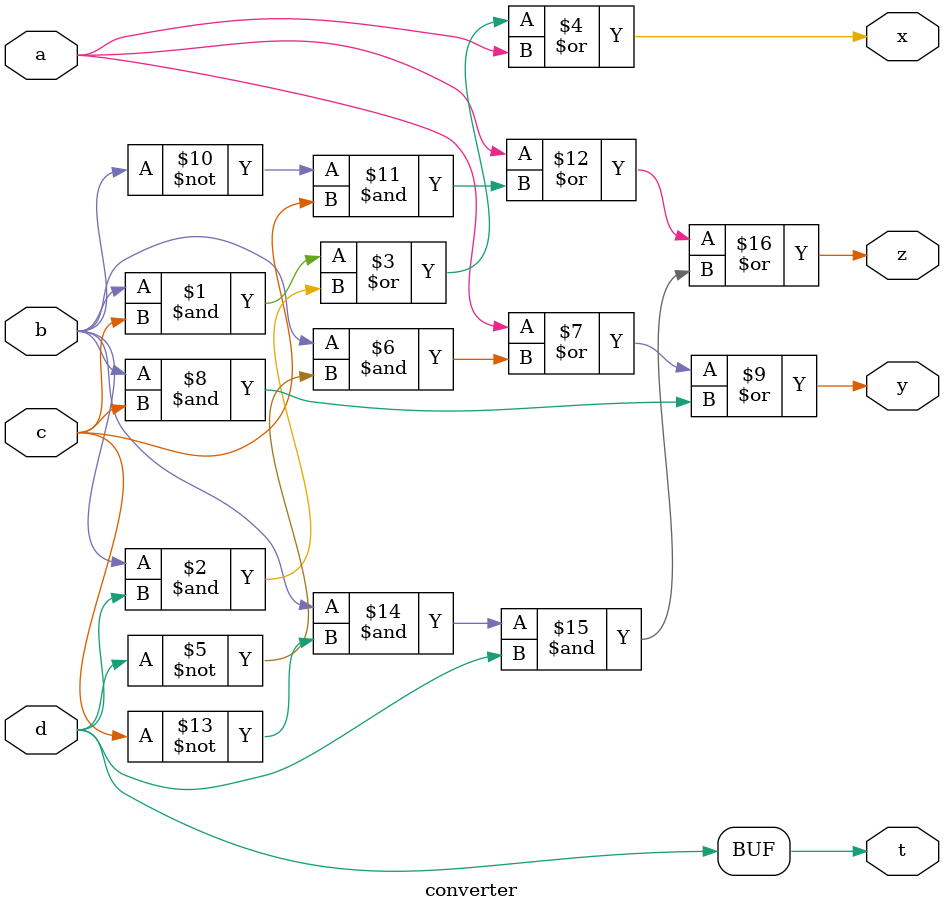
<source format=v>
`timescale 1ns / 1ps

module converter(a,b,c,d, x,y,z,t);
    input  a,b,c,d ;  
    output x,y,z,t ;    
    assign x = ((b&c)|(b&d)|a);
    assign y = (a|(b&~d)|(b&c));
    assign z = (a|(~b&c)|(b&~c&d));
    assign t = d;
endmodule

</source>
